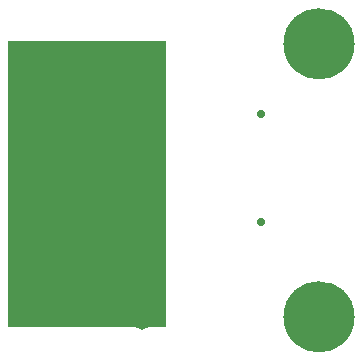
<source format=gbs>
%FSLAX23Y23*%
%MOIN*%
G70*
G01*
G75*
G04 Layer_Color=16711935*
%ADD10O,0.022X0.039*%
%ADD11R,0.022X0.039*%
%ADD12R,0.118X0.039*%
%ADD13R,0.118X0.059*%
%ADD14R,0.024X0.020*%
%ADD15R,0.050X0.050*%
%ADD16C,0.010*%
%ADD17C,0.005*%
%ADD18R,0.740X1.090*%
%ADD19C,0.020*%
%ADD20C,0.050*%
%ADD21C,0.039*%
%ADD22C,0.236*%
%ADD23C,0.008*%
%ADD24C,0.004*%
%ADD25C,0.059*%
%ADD26R,0.605X0.930*%
%ADD27O,0.030X0.047*%
%ADD28R,0.030X0.047*%
%ADD29R,0.126X0.047*%
%ADD30R,0.126X0.067*%
%ADD31R,0.032X0.028*%
%ADD32R,0.058X0.058*%
%ADD33C,0.028*%
%ADD34C,0.058*%
%ADD35R,0.525X0.955*%
D21*
X1132Y1123D02*
D03*
X1258D02*
D03*
X1195Y1149D02*
D03*
X1106Y1060D02*
D03*
X1132Y997D02*
D03*
X1195Y971D02*
D03*
X1258Y997D02*
D03*
X1284Y1060D02*
D03*
X1132Y213D02*
D03*
X1258D02*
D03*
X1195Y239D02*
D03*
X1106Y150D02*
D03*
X1132Y87D02*
D03*
X1195Y61D02*
D03*
X1258Y87D02*
D03*
X1284Y150D02*
D03*
D22*
X1195Y1060D02*
D03*
Y150D02*
D03*
D25*
X1284Y1060D02*
G03*
X1284Y1060I-89J0D01*
G01*
Y150D02*
G03*
X1284Y150I-89J0D01*
G01*
D33*
X1000Y825D02*
D03*
Y465D02*
D03*
D34*
X605Y135D02*
D03*
Y1035D02*
D03*
D35*
X423Y592D02*
D03*
M02*

</source>
